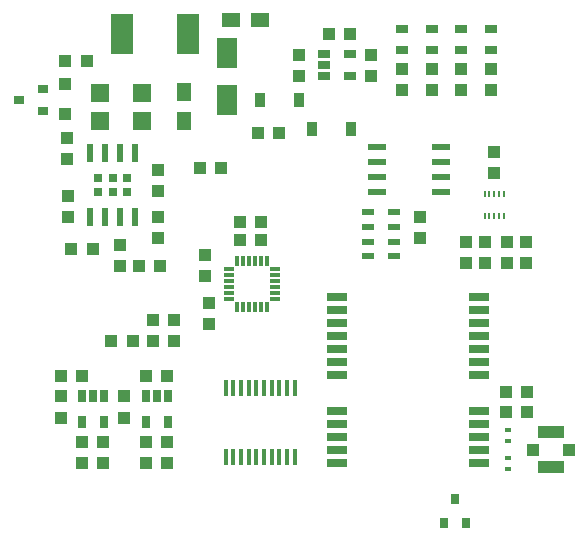
<source format=gbp>
G04 #@! TF.GenerationSoftware,KiCad,Pcbnew,(5.1.5)-3*
G04 #@! TF.CreationDate,2020-01-29T21:37:39+13:00*
G04 #@! TF.ProjectId,SimpleFC,53696d70-6c65-4464-932e-6b696361645f,rev?*
G04 #@! TF.SameCoordinates,Original*
G04 #@! TF.FileFunction,Paste,Bot*
G04 #@! TF.FilePolarity,Positive*
%FSLAX46Y46*%
G04 Gerber Fmt 4.6, Leading zero omitted, Abs format (unit mm)*
G04 Created by KiCad (PCBNEW (5.1.5)-3) date 2020-01-29 21:37:39*
%MOMM*%
%LPD*%
G04 APERTURE LIST*
%ADD10R,0.600000X0.400000*%
%ADD11R,1.000000X1.100000*%
%ADD12R,1.100000X1.000000*%
%ADD13R,1.600000X1.600000*%
%ADD14R,1.250000X1.500000*%
%ADD15R,1.500000X1.250000*%
%ADD16R,1.000000X1.000000*%
%ADD17R,0.900000X1.200000*%
%ADD18R,1.000000X0.670000*%
%ADD19R,0.800000X0.900000*%
%ADD20R,1.900000X3.400000*%
%ADD21R,0.900000X0.800000*%
%ADD22R,0.225000X0.600000*%
%ADD23R,0.350000X0.850000*%
%ADD24R,0.850000X0.350000*%
%ADD25R,1.100000X0.600000*%
%ADD26R,0.705000X0.705000*%
%ADD27R,0.600000X1.550000*%
%ADD28R,1.550000X0.600000*%
%ADD29R,0.650000X1.060000*%
%ADD30R,2.200000X1.050000*%
%ADD31R,1.800000X2.500000*%
%ADD32R,1.060000X0.650000*%
%ADD33R,0.450000X1.450000*%
%ADD34R,1.800000X0.800000*%
G04 APERTURE END LIST*
D10*
X168000000Y-114050000D03*
X168000000Y-113150000D03*
D11*
X139700000Y-105600000D03*
X139700000Y-103800000D03*
X137900000Y-105600000D03*
X137900000Y-103800000D03*
X166800000Y-91400000D03*
X166800000Y-89600000D03*
X166000000Y-99000000D03*
X166000000Y-97200000D03*
X167900000Y-99000000D03*
X167900000Y-97200000D03*
X169500000Y-97200000D03*
X169500000Y-99000000D03*
X164400000Y-97200000D03*
X164400000Y-99000000D03*
X160500000Y-96900000D03*
X160500000Y-95100000D03*
X142300000Y-100100000D03*
X142300000Y-98300000D03*
X142700000Y-104200000D03*
X142700000Y-102400000D03*
D12*
X145300000Y-95500000D03*
X147100000Y-95500000D03*
X147100000Y-97100000D03*
X145300000Y-97100000D03*
D11*
X130600000Y-90200000D03*
X130600000Y-88400000D03*
D13*
X133400000Y-84600000D03*
X137000000Y-84600000D03*
X137000000Y-87000000D03*
X133400000Y-87000000D03*
D11*
X135150000Y-97500000D03*
X135150000Y-99300000D03*
X130700000Y-93300000D03*
X130700000Y-95100000D03*
D14*
X140500000Y-84500000D03*
X140500000Y-87000000D03*
D15*
X147000000Y-78400000D03*
X144500000Y-78400000D03*
D11*
X156400000Y-83200000D03*
X156400000Y-81400000D03*
X150300000Y-81400000D03*
X150300000Y-83200000D03*
D12*
X154600000Y-79600000D03*
X152800000Y-79600000D03*
X143700000Y-91000000D03*
X141900000Y-91000000D03*
X139100000Y-114200000D03*
X137300000Y-114200000D03*
X139100000Y-108600000D03*
X137300000Y-108600000D03*
X131900000Y-114200000D03*
X133700000Y-114200000D03*
X131900000Y-108600000D03*
X130100000Y-108600000D03*
D16*
X130500000Y-86350000D03*
X130500000Y-83850000D03*
D17*
X150250000Y-85200000D03*
X146950000Y-85200000D03*
X154650000Y-87700000D03*
X151350000Y-87700000D03*
D18*
X159000000Y-79225000D03*
X159000000Y-80975000D03*
X166500000Y-80975000D03*
X166500000Y-79225000D03*
X164000000Y-79225000D03*
X164000000Y-80975000D03*
X161500000Y-80975000D03*
X161500000Y-79225000D03*
D19*
X163500000Y-119000000D03*
X162550000Y-121000000D03*
X164450000Y-121000000D03*
D12*
X134400000Y-105600000D03*
X136200000Y-105600000D03*
D20*
X135320000Y-79600000D03*
X140880000Y-79600000D03*
D21*
X128600000Y-84250000D03*
X128600000Y-86150000D03*
X126600000Y-85200000D03*
D12*
X148600000Y-88000000D03*
X146800000Y-88000000D03*
X132800000Y-97800000D03*
X131000000Y-97800000D03*
D11*
X138300000Y-92900000D03*
X138300000Y-91100000D03*
D12*
X132300000Y-81900000D03*
X130500000Y-81900000D03*
D11*
X138300000Y-96900000D03*
X138300000Y-95100000D03*
D12*
X138500000Y-99300000D03*
X136700000Y-99300000D03*
D11*
X159000000Y-82600000D03*
X159000000Y-84400000D03*
X166500000Y-84400000D03*
X166500000Y-82600000D03*
X164000000Y-82600000D03*
X164000000Y-84400000D03*
X161500000Y-84400000D03*
X161500000Y-82600000D03*
X135500000Y-112100000D03*
X135500000Y-110300000D03*
D12*
X137300000Y-115900000D03*
X139100000Y-115900000D03*
D11*
X130100000Y-110300000D03*
X130100000Y-112100000D03*
D12*
X133700000Y-115900000D03*
X131900000Y-115900000D03*
D22*
X167600000Y-95000000D03*
X167200000Y-95000000D03*
X166800000Y-95000000D03*
X166400000Y-95000000D03*
X166000000Y-95000000D03*
X166000000Y-93200000D03*
X166400000Y-93200000D03*
X166800000Y-93200000D03*
X167200000Y-93200000D03*
X167600000Y-93200000D03*
D23*
X147550000Y-102750000D03*
X147050000Y-102750000D03*
X146550000Y-102750000D03*
X146050000Y-102750000D03*
X145550000Y-102750000D03*
X145050000Y-102750000D03*
D24*
X144350000Y-102050000D03*
X144350000Y-101550000D03*
X144350000Y-101050000D03*
X144350000Y-100550000D03*
X144350000Y-100050000D03*
X144350000Y-99550000D03*
D23*
X145050000Y-98850000D03*
X145550000Y-98850000D03*
X146050000Y-98850000D03*
X146550000Y-98850000D03*
X147050000Y-98850000D03*
X147550000Y-98850000D03*
D24*
X148250000Y-99550000D03*
X148250000Y-100050000D03*
X148250000Y-100550000D03*
X148250000Y-101050000D03*
X148250000Y-101550000D03*
X148250000Y-102050000D03*
D25*
X158300000Y-94700000D03*
X158300000Y-95950000D03*
X158300000Y-97200000D03*
X158300000Y-98450000D03*
X156100000Y-98450000D03*
X156100000Y-97200000D03*
X156100000Y-95950000D03*
X156100000Y-94700000D03*
D26*
X134500000Y-93000000D03*
X134500000Y-91800000D03*
D27*
X132595000Y-89700000D03*
X133865000Y-89700000D03*
X135135000Y-89700000D03*
X136405000Y-89700000D03*
X136405000Y-95100000D03*
X135135000Y-95100000D03*
X133865000Y-95100000D03*
X132595000Y-95100000D03*
D26*
X135700000Y-93000000D03*
X133300000Y-93000000D03*
X135700000Y-91800000D03*
X133300000Y-91800000D03*
D28*
X156900000Y-89195000D03*
X156900000Y-90465000D03*
X156900000Y-91735000D03*
X156900000Y-93005000D03*
X162300000Y-93005000D03*
X162300000Y-91735000D03*
X162300000Y-90465000D03*
X162300000Y-89195000D03*
D29*
X137300000Y-112500000D03*
X139200000Y-112500000D03*
X139200000Y-110300000D03*
X138250000Y-110300000D03*
X137300000Y-110300000D03*
X131900000Y-110300000D03*
X132850000Y-110300000D03*
X133800000Y-110300000D03*
X133800000Y-112500000D03*
X131900000Y-112500000D03*
D12*
X169600000Y-109900000D03*
X167800000Y-109900000D03*
D10*
X168000000Y-115550000D03*
X168000000Y-116450000D03*
D30*
X171600000Y-116275000D03*
X171600000Y-113325000D03*
D16*
X173100000Y-114800000D03*
X170100000Y-114800000D03*
D12*
X169600000Y-111600000D03*
X167800000Y-111600000D03*
D31*
X144200000Y-85200000D03*
X144200000Y-81200000D03*
D32*
X154600000Y-83200000D03*
X154600000Y-81300000D03*
X152400000Y-81300000D03*
X152400000Y-82250000D03*
X152400000Y-83200000D03*
D33*
X144075000Y-109550000D03*
X144725000Y-109550000D03*
X145375000Y-109550000D03*
X146025000Y-109550000D03*
X146675000Y-109550000D03*
X147325000Y-109550000D03*
X147975000Y-109550000D03*
X148625000Y-109550000D03*
X149275000Y-109550000D03*
X149925000Y-109550000D03*
X149925000Y-115450000D03*
X149275000Y-115450000D03*
X148625000Y-115450000D03*
X147975000Y-115450000D03*
X147325000Y-115450000D03*
X146675000Y-115450000D03*
X146025000Y-115450000D03*
X145375000Y-115450000D03*
X144725000Y-115450000D03*
X144075000Y-115450000D03*
D34*
X165500000Y-101900000D03*
X165500000Y-103000000D03*
X165500000Y-104100000D03*
X165500000Y-105200000D03*
X165500000Y-106300000D03*
X165500000Y-107400000D03*
X165500000Y-108500000D03*
X165500000Y-111500000D03*
X165500000Y-112600000D03*
X165500000Y-113700000D03*
X165500000Y-114800000D03*
X165500000Y-115900000D03*
X153500000Y-115900000D03*
X153500000Y-114800000D03*
X153500000Y-113700000D03*
X153500000Y-112600000D03*
X153500000Y-111500000D03*
X153500000Y-108500000D03*
X153500000Y-107400000D03*
X153500000Y-106300000D03*
X153500000Y-105200000D03*
X153500000Y-104100000D03*
X153500000Y-103000000D03*
X153500000Y-101900000D03*
M02*

</source>
